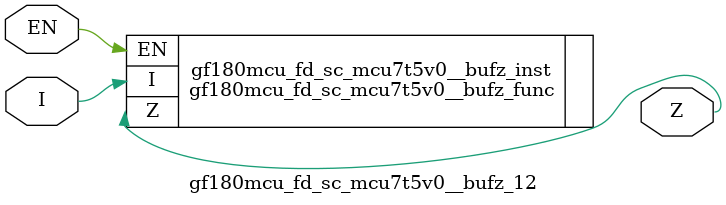
<source format=v>

`ifndef GF180MCU_FD_SC_MCU7T5V0__BUFZ_12_V
`define GF180MCU_FD_SC_MCU7T5V0__BUFZ_12_V

`include gf180mcu_fd_sc_mcu7t5v0__bufz.v

`ifdef USE_POWER_PINS
module gf180mcu_fd_sc_mcu7t5v0__bufz_12( EN, I, Z, VDD, VSS );
inout VDD, VSS;
`else // If not USE_POWER_PINS
module gf180mcu_fd_sc_mcu7t5v0__bufz_12( EN, I, Z );
`endif // If not USE_POWER_PINS
input EN, I;
output Z;

`ifdef USE_POWER_PINS
  gf180mcu_fd_sc_mcu7t5v0__bufz_func gf180mcu_fd_sc_mcu7t5v0__bufz_inst(.EN(EN),.I(I),.Z(Z),.VDD(VDD),.VSS(VSS));
`else // If not USE_POWER_PINS
  gf180mcu_fd_sc_mcu7t5v0__bufz_func gf180mcu_fd_sc_mcu7t5v0__bufz_inst(.EN(EN),.I(I),.Z(Z));
`endif // If not USE_POWER_PINS

`ifndef FUNCTIONAL
	// spec_gates_begin


	// spec_gates_end



   specify

	// specify_block_begin

	// comb arc EN --> Z
	 (EN => Z) = (1.0,1.0);

	// comb arc I --> Z
	 (I => Z) = (1.0,1.0);

	// specify_block_end

   endspecify

   `endif

endmodule
`endif // GF180MCU_FD_SC_MCU7T5V0__BUFZ_12_V

</source>
